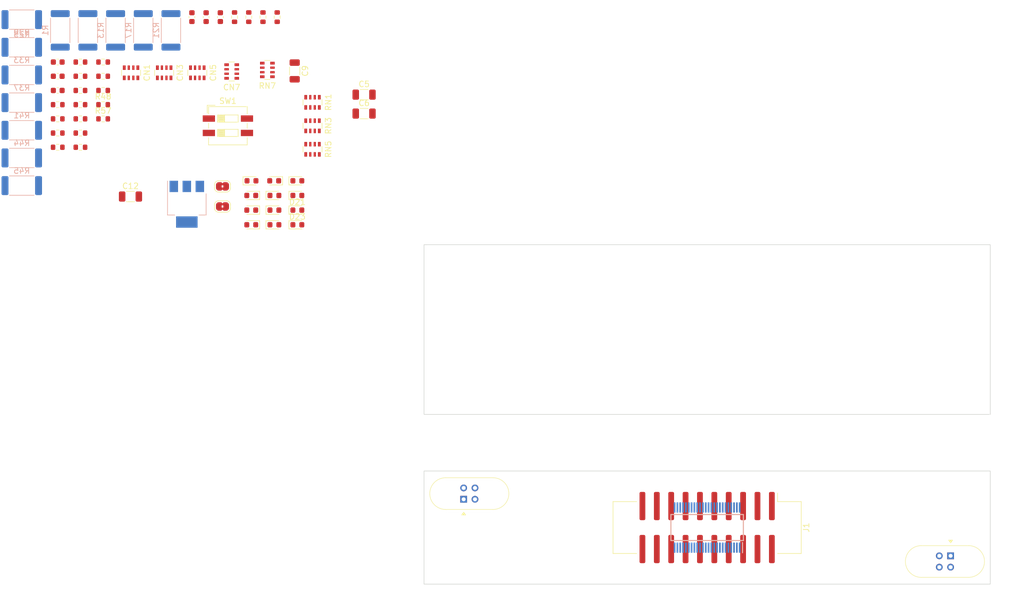
<source format=kicad_pcb>
(kicad_pcb (version 20240108) (generator "pcbnew") (generator_version "8.0")
  (layers (0 "F.Cu" jumper) (1 "In1.Cu" mixed) (2 "In2.Cu" signal) (31 "B.Cu" signal) (34 "B.Paste" user) (35 "F.Paste" user) (36 "B.SilkS" user "B.Silkscreen") (37 "F.SilkS" user "F.Silkscreen") (38 "B.Mask" user) (39 "F.Mask" user) (44 "Edge.Cuts" user))
  (net 0 "")
  (net 1 "Net-(IC1-VREF2)")
  (net 2 "/C1-")
  (net 3 "/L_LTC/VREF2")
  (net 4 "/L_LTC/VREG")
  (net 5 "/TH1+")
  (net 6 "/TH2+")
  (net 7 "/TH3+")
  (net 8 "/L_LTC/C0")
  (net 9 "/L_LTC/C1")
  (net 10 "/L_LTC/C2")
  (net 11 "/L_LTC/C3")
  (net 12 "/L_LTC/C4")
  (net 13 "/L_LTC/C5")
  (net 14 "/L_LTC/C7")
  (net 15 "/L_LTC/C8")
  (net 16 "Net-(Q1-C)")
  (net 17 "/C10+")
  (net 18 "/OUT+")
  (net 19 "/C11+")
  (net 20 "/C12+")
  (net 24 "/L_LTC/C9")
  (net 25 "/L_LTC/C10")
  (net 26 "/L_LTC/C11")
  (net 28 "/L_LTC/SW_TH1+")
  (net 30 "/L_LTC/SW_C1")
  (net 31 "/C3+")
  (net 32 "Net-(D1-A)")
  (net 33 "/C2+")
  (net 34 "/C1+")
  (net 35 "Net-(D3-A)")
  (net 36 "Net-(D4-A)")
  (net 37 "/C4+")
  (net 38 "Net-(D5-A)")
  (net 39 "Net-(D6-A)")
  (net 40 "/C6+")
  (net 41 "Net-(D7-A)")
  (net 42 "/C7+")
  (net 43 "Net-(D8-A)")
  (net 44 "/C8+")
  (net 45 "Net-(D9-A)")
  (net 46 "/C9+")
  (net 47 "Net-(D10-A)")
  (net 48 "Net-(IC1-V+)")
  (net 49 "/L_LTC/S12")
  (net 50 "/L_LTC/S11")
  (net 51 "/L_LTC/S10")
  (net 52 "/L_LTC/S9")
  (net 53 "/L_LTC/S8")
  (net 54 "/L_LTC/S7")
  (net 55 "Net-(IC1-DRIVE)")
  (net 59 "Net-(IC1-IBIAS)")
  (net 60 "Net-(IC1-ICMP)")
  (net 61 "/L_LTC/IMB")
  (net 62 "/L_LTC/IPB")
  (net 63 "/L_LTC/S6")
  (net 64 "/L_LTC/S5")
  (net 65 "/L_LTC/S4")
  (net 66 "/L_LTC/S3")
  (net 67 "/L_LTC/S2")
  (net 68 "/L_LTC/S1")
  (net 69 "/C5+")
  (net 70 "/TH5+")
  (net 71 "/L_LTC/C6")
  (net 72 "/L_LTC/C12")
  (net 73 "Net-(D21-A)")
  (net 74 "Net-(D23-A)")
  (net 75 "/IMA")
  (net 76 "/IPA")
  (net 77 "/TH4+")
  (net 78 "/IN+")
  (net 79 "/IN-")
  (net 80 "Net-(D2-A)")
  (footprint "Capacitor_SMD:C_0603_1608Metric" (layer "F.Cu") (at 35.3075 37.72 180)
    (property "Reference" "C3" (hide yes))
    (property "Value" "1uF" (hide yes))
    (pad "1" smd roundrect (at -0.775 0 180) (size 0.9 0.95) (layers "F.Cu" "F.Paste" "F.Mask") (net 4 "/L_LTC/VREG"))
    (pad "2" smd roundrect (at 0.775 0 180) (size 0.9 0.95) (layers "F.Cu" "F.Paste" "F.Mask") (net 2 "/C1-"))
  )
  (footprint "Samacsys:M80-51004YY" (layer "F.Cu") (at 192 126 180)
    (property "Reference" "J2" (hide yes))
    (property "Value" "M80-5100442" (hide yes))
    (pad "" np_thru_hole circle (at -4.5 0 180) (size 2.2 2.2) (drill 2.2) (layers "*.Cu" "*.Mask"))
    (pad "" np_thru_hole circle (at 4.5 0 180) (size 2.2 2.2) (drill 2.2) (layers "*.Cu" "*.Mask"))
    (pad "1" thru_hole rect (at -1 1 180) (size 1.2 1.2) (drill 0.7) (layers "*.Cu" "*.Mask") (net 18 "/OUT+"))
    (pad "2" thru_hole circle (at 1 1 180) (size 1.2 1.2) (drill 0.7) (layers "*.Cu" "*.Mask") (net 18 "/OUT+"))
    (pad "3" thru_hole circle (at -1 -1 180) (size 1.2 1.2) (drill 0.7) (layers "*.Cu" "*.Mask"))
    (pad "4" thru_hole circle (at 1 -1 180) (size 1.2 1.2) (drill 0.7) (layers "*.Cu" "*.Mask"))
  )
  (footprint "Resistor_SMD:R_0603_1608Metric" (layer "F.Cu") (at 39.3175 42.74)
    (property "Reference" "R18" (hide yes))
    (property "Value" "330" (hide yes))
    (pad "1" smd roundrect (at -0.825 0) (size 0.8 0.95) (layers "F.Cu" "F.Paste" "F.Mask") (net 31 "/C3+"))
    (pad "2" smd roundrect (at 0.825 0) (size 0.8 0.95) (layers "F.Cu" "F.Paste" "F.Mask") (net 35 "Net-(D3-A)"))
  )
  (footprint "Resistor_SMD:R_0603_1608Metric" (layer "F.Cu") (at 39.3175 37.72)
    (property "Reference" "R10" (hide yes))
    (property "Value" "330" (hide yes))
    (pad "1" smd roundrect (at -0.825 0) (size 0.8 0.95) (layers "F.Cu" "F.Paste" "F.Mask") (net 34 "/C1+"))
    (pad "2" smd roundrect (at 0.825 0) (size 0.8 0.95) (layers "F.Cu" "F.Paste" "F.Mask") (net 32 "Net-(D1-A)"))
  )
  (footprint "Capacitor_SMD:C_1206_3216Metric" (layer "F.Cu") (at 89.415 46.83)
    (property "Reference" "C6" (at 0 -1.85 0) (layer "F.SilkS"))
    (property "Value" "10nF/1kV")
    (pad "1" smd roundrect (at -1.475 0) (size 1.15 1.8) (layers "F.Cu" "F.Paste" "F.Mask") (roundrect_rratio 0.217391) (net 61 "/L_LTC/IMB"))
    (pad "2" smd roundrect (at 1.475 0) (size 1.15 1.8) (layers "F.Cu" "F.Paste" "F.Mask") (roundrect_rratio 0.217391) (net 18 "/OUT+"))
  )
  (footprint "Capacitor_SMD:C_0603_1608Metric" (layer "F.Cu") (at 35.3075 40.23 180)
    (property "Reference" "C18" (hide yes))
    (property "Value" "100nF" (hide yes))
    (pad "1" smd roundrect (at -0.775 0 180) (size 0.9 0.95) (layers "F.Cu" "F.Paste" "F.Mask") (net 16 "Net-(Q1-C)"))
    (pad "2" smd roundrect (at 0.775 0 180) (size 0.9 0.95) (layers "F.Cu" "F.Paste" "F.Mask") (net 2 "/C1-"))
  )
  (footprint "Resistor_SMD:R_0603_1608Metric" (layer "F.Cu") (at 39.3175 50.27 180)
    (property "Reference" "R30" (hide yes))
    (property "Value" "330" (hide yes))
    (pad "1" smd roundrect (at -0.825 0 180) (size 0.8 0.95) (layers "F.Cu" "F.Paste" "F.Mask") (net 40 "/C6+"))
    (pad "2" smd roundrect (at 0.825 0 180) (size 0.8 0.95) (layers "F.Cu" "F.Paste" "F.Mask") (net 39 "Net-(D6-A)"))
  )
  (footprint "Capacitor_SMD:C_1206_3216Metric" (layer "F.Cu") (at 48.1575 61.49)
    (property "Reference" "C12" (at 0 -1.85 0) (layer "F.SilkS"))
    (property "Value" "10nF/1kV")
    (pad "1" smd roundrect (at -1.475 0) (size 1.15 1.8) (layers "F.Cu" "F.Paste" "F.Mask") (roundrect_rratio 0.217391) (net 75 "/IMA"))
    (pad "2" smd roundrect (at 1.475 0) (size 1.15 1.8) (layers "F.Cu" "F.Paste" "F.Mask") (roundrect_rratio 0.217391) (net 79 "/IN-"))
  )
  (footprint "Resistor_SMD:R_0603_1608Metric" (layer "F.Cu") (at 69.0475 29.78 90)
    (property "Reference" "R6" (hide yes))
    (property "Value" "330")
    (pad "1" smd roundrect (at -0.825 0 90) (size 0.8 0.95) (layers "F.Cu" "F.Paste" "F.Mask") (net 19 "/C11+"))
    (pad "2" smd roundrect (at 0.825 0 90) (size 0.8 0.95) (layers "F.Cu" "F.Paste" "F.Mask") (net 73 "Net-(D21-A)"))
  )
  (footprint "LED_SMD:LED_0603_1608Metric" (layer "F.Cu") (at 69.4875 63.89 180)
    (property "Reference" "D3" (hide yes))
    (property "Value" "LED" (hide yes))
    (pad "1" smd roundrect (at -0.7875 0 180) (size 0.875 0.95) (layers "F.Cu" "F.Paste" "F.Mask") (net 66 "/L_LTC/S3"))
    (pad "2" smd roundrect (at 0.7875 0 180) (size 0.875 0.95) (layers "F.Cu" "F.Paste" "F.Mask") (net 35 "Net-(D3-A)"))
  )
  (footprint "Resistor_SMD:R_Array_Convex_4x0603" (layer "F.Cu") (at 80.3075 44.84 -90)
    (property "Reference" "RN1" (at 0 -2.8 -90) (layer "F.SilkS"))
    (property "Value" "4x100")
    (pad "1" smd rect (at -0.9 -1.2 270) (size 0.8 0.5) (layers "F.Cu" "F.Paste" "F.Mask") (net 13 "/L_LTC/C5"))
    (pad "2" smd rect (at -0.9 -0.4 270) (size 0.8 0.4) (layers "F.Cu" "F.Paste" "F.Mask") (net 71 "/L_LTC/C6"))
    (pad "3" smd rect (at -0.9 0.4 270) (size 0.8 0.4) (layers "F.Cu" "F.Paste" "F.Mask") (net 14 "/L_LTC/C7"))
    (pad "4" smd rect (at -0.9 1.2 270) (size 0.8 0.5) (layers "F.Cu" "F.Paste" "F.Mask") (net 15 "/L_LTC/C8"))
    (pad "5" smd rect (at 0.9 1.2 270) (size 0.8 0.5) (layers "F.Cu" "F.Paste" "F.Mask") (net 44 "/C8+"))
    (pad "6" smd rect (at 0.9 0.4 270) (size 0.8 0.4) (layers "F.Cu" "F.Paste" "F.Mask") (net 42 "/C7+"))
    (pad "7" smd rect (at 0.9 -0.4 270) (size 0.8 0.4) (layers "F.Cu" "F.Paste" "F.Mask") (net 40 "/C6+"))
    (pad "8" smd rect (at 0.9 -1.2 270) (size 0.8 0.5) (layers "F.Cu" "F.Paste" "F.Mask") (net 69 "/C5+"))
  )
  (footprint "LED_SMD:LED_0603_1608Metric" (layer "F.Cu") (at 73.5775 66.48)
    (property "Reference" "D8" (hide yes))
    (property "Value" "LED" (hide yes))
    (pad "1" smd roundrect (at -0.7875 0) (size 0.875 0.95) (layers "F.Cu" "F.Paste" "F.Mask") (net 53 "/L_LTC/S8"))
    (pad "2" smd roundrect (at 0.7875 0) (size 0.875 0.95) (layers "F.Cu" "F.Paste" "F.Mask") (net 43 "Net-(D8-A)"))
  )
  (footprint "Capacitor_SMD:C_0603_1608Metric" (layer "F.Cu") (at 61.5175 29.78 -90)
    (property "Reference" "C2" (hide yes))
    (property "Value" "1uF" (hide yes))
    (pad "1" smd roundrect (at -0.775 0 270) (size 0.9 0.95) (layers "F.Cu" "F.Paste" "F.Mask") (net 3 "/L_LTC/VREF2"))
    (pad "2" smd roundrect (at 0.775 0 270) (size 0.9 0.95) (layers "F.Cu" "F.Paste" "F.Mask") (net 2 "/C1-"))
  )
  (footprint "Capacitor_SMD:C_1206_3216Metric" (layer "F.Cu") (at 89.415 43.48)
    (property "Reference" "C5" (at 0 -1.85 0) (layer "F.SilkS"))
    (property "Value" "10nF/1kV")
    (pad "1" smd roundrect (at -1.475 0) (size 1.15 1.8) (layers "F.Cu" "F.Paste" "F.Mask") (roundrect_rratio 0.217391) (net 62 "/L_LTC/IPB"))
    (pad "2" smd roundrect (at 1.475 0) (size 1.15 1.8) (layers "F.Cu" "F.Paste" "F.Mask") (roundrect_rratio 0.217391) (net 18 "/OUT+"))
  )
  (footprint "Connector_IDC:IDC-Header_2x10_P2.54mm_Vertical_SMD" (layer "F.Cu") (at 150 120 -90)
    (property "Reference" "J1" (at 0 -17.51 -90) (layer "F.SilkS"))
    (property "Value" "TST-110-01-T-D")
    (pad "1" smd roundrect (at -3.8 -11.43 270) (size 5 1.02) (layers "F.Cu" "F.Paste" "F.Mask") (net 2 "/C1-"))
    (pad "2" smd roundrect (at 3.8 -11.43 270) (size 5 1.02) (layers "F.Cu" "F.Paste" "F.Mask") (net 20 "/C12+"))
    (pad "3" smd roundrect (at -3.8 -8.89 270) (size 5 1.02) (layers "F.Cu" "F.Paste" "F.Mask") (net 34 "/C1+"))
    (pad "4" smd roundrect (at 3.8 -8.89 270) (size 5 1.02) (layers "F.Cu" "F.Paste" "F.Mask") (net 19 "/C11+"))
    (pad "5" smd roundrect (at -3.8 -6.35 270) (size 5 1.02) (layers "F.Cu" "F.Paste" "F.Mask") (net 5 "/TH1+"))
    (pad "6" smd roundrect (at 3.8 -6.35 270) (size 5 1.02) (layers "F.Cu" "F.Paste" "F.Mask") (net 17 "/C10+"))
    (pad "7" smd roundrect (at -3.8 -3.81 270) (size 5 1.02) (layers "F.Cu" "F.Paste" "F.Mask") (net 33 "/C2+"))
    (pad "8" smd roundrect (at 3.8 -3.81 270) (size 5 1.02) (layers "F.Cu" "F.Paste" "F.Mask") (net 46 "/C9+"))
    (pad "9" smd roundrect (at -3.8 -1.27 270) (size 5 1.02) (layers "F.Cu" "F.Paste" "F.Mask") (net 6 "/TH2+"))
    (pad "10" smd roundrect (at 3.8 -1.27 270) (size 5 1.02) (layers "F.Cu" "F.Paste" "F.Mask") (net 70 "/TH5+"))
    (pad "11" smd roundrect (at -3.8 1.27 270) (size 5 1.02) (layers "F.Cu" "F.Paste" "F.Mask") (net 2 "/C1-"))
    (pad "12" smd roundrect (at 3.8 1.27 270) (size 5 1.02) (layers "F.Cu" "F.Paste" "F.Mask") (net 2 "/C1-"))
    (pad "13" smd roundrect (at -3.8 3.81 270) (size 5 1.02) (layers "F.Cu" "F.Paste" "F.Mask") (net 7 "/TH3+"))
    (pad "14" smd roundrect (at 3.8 3.81 270) (size 5 1.02) (layers "F.Cu" "F.Paste" "F.Mask") (net 77 "/TH4+"))
    (pad "15" smd roundrect (at -3.8 6.35 270) (size 5 1.02) (layers "F.Cu" "F.Paste" "F.Mask") (net 31 "/C3+"))
    (pad "16" smd roundrect (at 3.8 6.35 270) (size 5 1.02) (layers "F.Cu" "F.Paste" "F.Mask") (net 44 "/C8+"))
    (pad "17" smd roundrect (at -3.8 8.89 270) (size 5 1.02) (layers "F.Cu" "F.Paste" "F.Mask") (net 37 "/C4+"))
    (pad "18" smd roundrect (at 3.8 8.89 270) (size 5 1.02) (layers "F.Cu" "F.Paste" "F.Mask") (net 42 "/C7+"))
    (pad "19" smd roundrect (at -3.8 11.43 270) (size 5 1.02) (layers "F.Cu" "F.Paste" "F.Mask") (net 69 "/C5+"))
    (pad "20" smd roundrect (at 3.8 11.43 270) (size 5 1.02) (layers "F.Cu" "F.Paste" "F.Mask") (net 40 "/C6+"))
  )
  (footprint "Resistor_SMD:R_0603_1608Metric" (layer "F.Cu") (at 43.3275 42.74 180)
    (property "Reference" "R46" (hide yes))
    (property "Value" "330" (hide yes))
    (pad "1" smd roundrect (at -0.825 0 180) (size 0.8 0.95) (layers "F.Cu" "F.Paste" "F.Mask") (net 17 "/C10+"))
    (pad "2" smd roundrect (at 0.825 0 180) (size 0.8 0.95) (layers "F.Cu" "F.Paste" "F.Mask") (net 47 "Net-(D10-A)"))
  )
  (footprint "Resistor_SMD:R_0603_1608Metric" (layer "F.Cu") (at 35.3075 52.78)
    (property "Reference" "R8" (hide yes))
    (property "Value" "1k" (hide yes))
    (pad "1" smd roundrect (at -0.825 0) (size 0.8 0.95) (layers "F.Cu" "F.Paste" "F.Mask") (net 60 "Net-(IC1-ICMP)"))
    (pad "2" smd roundrect (at 0.825 0) (size 0.8 0.95) (layers "F.Cu" "F.Paste" "F.Mask") (net 2 "/C1-"))
  )
  (footprint "Resistor_SMD:R_0603_1608Metric" (layer "F.Cu") (at 35.3075 50.27)
    (property "Reference" "R7" (hide yes))
    (property "Value" "1k" (hide yes))
    (pad "1" smd roundrect (at -0.825 0) (size 0.8 0.95) (layers "F.Cu" "F.Paste" "F.Mask") (net 59 "Net-(IC1-IBIAS)"))
    (pad "2" smd roundrect (at 0.825 0) (size 0.8 0.95) (layers "F.Cu" "F.Paste" "F.Mask") (net 60 "Net-(IC1-ICMP)"))
  )
  (footprint "Resistor_SMD:R_0603_1608Metric" (layer "F.Cu") (at 39.3175 45.25)
    (property "Reference" "R22" (hide yes))
    (property "Value" "330" (hide yes))
    (pad "1" smd roundrect (at -0.825 0) (size 0.8 0.95) (layers "F.Cu" "F.Paste" "F.Mask") (net 37 "/C4+"))
    (pad "2" smd roundrect (at 0.825 0) (size 0.8 0.95) (layers "F.Cu" "F.Paste" "F.Mask") (net 36 "Net-(D4-A)"))
  )
  (footprint "Resistor_SMD:R_0603_1608Metric" (layer "F.Cu") (at 35.3075 45.25 180)
    (property "Reference" "R4" (hide yes))
    (property "Value" "100" (hide yes))
    (pad "1" smd roundrect (at -0.825 0 180) (size 0.8 0.95) (layers "F.Cu" "F.Paste" "F.Mask") (net 48 "Net-(IC1-V+)"))
    (pad "2" smd roundrect (at 0.825 0 180) (size 0.8 0.95) (layers "F.Cu" "F.Paste" "F.Mask") (net 20 "/C12+"))
  )
  (footprint "LED_SMD:LED_0603_1608Metric" (layer "F.Cu") (at 77.6275 63.89)
    (property "Reference" "D21" (at 0 -1.43 0) (layer "F.SilkS"))
    (property "Value" "LED")
    (pad "1" smd roundrect (at -0.7875 0) (size 0.875 0.95) (layers "F.Cu" "F.Paste" "F.Mask") (net 50 "/L_LTC/S11"))
    (pad "2" smd roundrect (at 0.7875 0) (size 0.875 0.95) (layers "F.Cu" "F.Paste" "F.Mask") (net 73 "Net-(D21-A)"))
  )
  (footprint "Resistor_SMD:R_0603_1608Metric" (layer "F.Cu") (at 43.3275 37.72 180)
    (property "Reference" "R38" (hide yes))
    (property "Value" "330" (hide yes))
    (pad "1" smd roundrect (at -0.825 0 180) (size 0.8 0.95) (layers "F.Cu" "F.Paste" "F.Mask") (net 44 "/C8+"))
    (pad "2" smd roundrect (at 0.825 0 180) (size 0.8 0.95) (layers "F.Cu" "F.Paste" "F.Mask") (net 43 "Net-(D8-A)"))
  )
  (footprint "Resistor_SMD:R_Array_Convex_4x0603" (layer "F.Cu") (at 54.1075 39.615 -90)
    (property "Reference" "CN3" (at 0 -2.8 -90) (layer "F.SilkS"))
    (property "Value" "4x100nF")
    (pad "1" smd rect (at -0.9 -1.2 270) (size 0.8 0.5) (layers "F.Cu" "F.Paste" "F.Mask") (net 13 "/L_LTC/C5"))
    (pad "2" smd rect (at -0.9 -0.4 270) (size 0.8 0.4) (layers "F.Cu" "F.Paste" "F.Mask") (net 71 "/L_LTC/C6"))
    (pad "3" smd rect (at -0.9 0.4 270) (size 0.8 0.4) (layers "F.Cu" "F.Paste" "F.Mask") (net 14 "/L_LTC/C7"))
    (pad "4" smd rect (at -0.9 1.2 270) (size 0.8 0.5) (layers "F.Cu" "F.Paste" "F.Mask") (net 15 "/L_LTC/C8"))
    (pad "5" smd rect (at 0.9 1.2 270) (size 0.8 0.5) (layers "F.Cu" "F.Paste" "F.Mask") (net 14 "/L_LTC/C7"))
    (pad "6" smd rect (at 0.9 0.4 270) (size 0.8 0.4) (layers "F.Cu" "F.Paste" "F.Mask") (net 71 "/L_LTC/C6"))
    (pad "7" smd rect (at 0.9 -0.4 270) (size 0.8 0.4) (layers "F.Cu" "F.Paste" "F.Mask") (net 13 "/L_LTC/C5"))
    (pad "8" smd rect (at 0.9 -1.2 270) (size 0.8 0.5) (layers "F.Cu" "F.Paste" "F.Mask") (net 12 "/L_LTC/C4"))
  )
  (footprint "Resistor_SMD:R_0603_1608Metric" (layer "F.Cu") (at 39.3175 40.23)
    (property "Reference" "R14" (hide yes))
    (property "Value" "330" (hide yes))
    (pad "1" smd roundrect (at -0.825 0) (size 0.8 0.95) (layers "F.Cu" "F.Paste" "F.Mask") (net 33 "/C2+"))
    (pad "2" smd roundrect (at 0.825 0) (size 0.8 0.95) (layers "F.Cu" "F.Paste" "F.Mask") (net 80 "Net-(D2-A)"))
  )
  (footprint "Capacitor_SMD:C_0603_1608Metric" (layer "F.Cu") (at 35.3075 42.74 180)
    (property "Reference" "C19" (hide yes))
    (property "Value" "100nF" (hide yes))
    (pad "1" smd roundrect (at -0.775 0 180) (size 0.9 0.95) (layers "F.Cu" "F.Paste" "F.Mask") (net 20 "/C12+"))
    (pad "2" smd roundrect (at 0.775 0 180) (size 0.9 0.95) (layers "F.Cu" "F.Paste" "F.Mask") (net 2 "/C1-"))
  )
  (footprint "Samacsys:M80-51004YY" (layer "F.Cu") (at 108 114)
    (property "Reference" "J4" (hide yes))
    (property "Value" "M80-5100442" (hide yes))
    (pad "" np_thru_hole circle (at -4.5 0) (size 2.2 2.2) (drill 2.2) (layers "*.Cu" "*.Mask"))
    (pad "" np_thru_hole circle (at 4.5 0) (size 2.2 2.2) (drill 2.2) (layers "*.Cu" "*.Mask"))
    (pad "1" thru_hole rect (at -1 1) (size 1.2 1.2) (drill 0.7) (layers "*.Cu" "*.Mask") (net 78 "/IN+"))
    (pad "2" thru_hole circle (at 1 1) (size 1.2 1.2) (drill 0.7) (layers "*.Cu" "*.Mask") (net 79 "/IN-"))
    (pad "3" thru_hole circle (at -1 -1) (size 1.2 1.2) (drill 0.7) (layers "*.Cu" "*.Mask"))
    (pad "4" thru_hole circle (at 1 -1) (size 1.2 1.2) (drill 0.7) (layers "*.Cu" "*.Mask"))
  )
  (footprint "Resistor_SMD:R_0603_1608Metric" (layer "F.Cu") (at 35.3075 47.76 180)
    (property "Reference" "R5" (hide yes))
    (property "Value" "100" (hide yes))
    (pad "1" smd roundrect (at -0.825 0 180) (size 0.8 0.95) (layers "F.Cu" "F.Paste" "F.Mask") (net 20 "/C12+"))
    (pad "2" smd roundrect (at 0.825 0 180) (size 0.8 0.95) (layers "F.Cu" "F.Paste" "F.Mask") (net 16 "Net-(Q1-C)"))
  )
  (footprint "LED_SMD:LED_0603_1608Metric" (layer "F.Cu") (at 69.4875 66.48 180)
    (property "Reference" "D4" (hide yes))
    (property "Value" "LED" (hide yes))
    (pad "1" smd roundrect (at -0.7875 0 180) (size 0.875 0.95) (layers "F.Cu" "F.Paste" "F.Mask") (net 65 "/L_LTC/S4"))
    (pad "2" smd roundrect (at 0.7875 0 180) (size 0.875 0.95) (layers "F.Cu" "F.Paste" "F.Mask") (net 36 "Net-(D4-A)"))
  )
  (footprint "Resistor_SMD:R_0603_1608Metric" (layer "F.Cu") (at 39.3175 47.76)
    (property "Reference" "R26" (hide yes))
    (property "Value" "330" (hide yes))
    (pad "1" smd roundrect (at -0.825 0) (size 0.8 0.95) (layers "F.Cu" "F.Paste" "F.Mask") (net 69 "/C5+"))
    (pad "2" smd roundrect (at 0.825 0) (size 0.8 0.95) (layers "F.Cu" "F.Paste" "F.Mask") (net 38 "Net-(D5-A)"))
  )
  (footprint "LED_SMD:LED_0603_1608Metric" (layer "F.Cu") (at 77.6275 58.71)
    (property "Reference" "D9" (hide yes))
    (property "Value" "LED" (hide yes))
    (pad "1" smd roundrect (at -0.7875 0) (size 0.875 0.95) (layers "F.Cu" "F.Paste" "F.Mask") (net 52 "/L_LTC/S9"))
    (pad "2" smd roundrect (at 0.7875 0) (size 0.875 0.95) (layers "F.Cu" "F.Paste" "F.Mask") (net 45 "Net-(D9-A)"))
  )
  (footprint "LED_SMD:LED_0603_1608Metric" (layer "F.Cu") (at 69.4875 61.3 180)
    (property "Reference" "D2" (hide yes))
    (property "Value" "LED" (hide yes))
    (pad "1" smd roundrect (at -0.7875 0 180) (size 0.875 0.95) (layers "F.Cu" "F.Paste" "F.Mask") (net 67 "/L_LTC/S2"))
    (pad "2" smd roundrect (at 0.7875 0 180) (size 0.875 0.95) (layers "F.Cu" "F.Paste" "F.Mask") (net 80 "Net-(D2-A)"))
  )
  (footprint "Resistor_SMD:R_Array_Convex_4x0603" (layer "F.Cu") (at 80.3075 53.14 -90)
    (property "Reference" "RN5" (at 0 -2.8 -90) (layer "F.SilkS"))
    (property "Value" "4x100")
    (pad "1" smd rect (at -0.9 -1.2 270) (size 0.8 0.5) (layers "F.Cu" "F.Paste" "F.Mask") (net 24 "/L_LTC/C9"))
    (pad "2" smd rect (at -0.9 -0.4 270) (size 0.8 0.4) (layers "F.Cu" "F.Paste" "F.Mask") (net 25 "/L_LTC/C10"))
    (pad "3" smd rect (at -0.9 0.4 270) (size 0.8 0.4) (layers "F.Cu" "F.Paste" "F.Mask") (net 26 "/L_LTC/C11"))
    (pad "4" smd rect (at -0.9 1.2 270) (size 0.8 0.5) (layers "F.Cu" "F.Paste" "F.Mask") (net 72 "/L_LTC/C12"))
    (pad "5" smd rect (at 0.9 1.2 270) (size 0.8 0.5) (layers "F.Cu" "F.Paste" "F.Mask") (net 20 "/C12+"))
    (pad "6" smd rect (at 0.9 0.4 270) (size 0.8 0.4) (layers "F.Cu" "F.Paste" "F.Mask") (net 19 "/C11+"))
    (pad "7" smd rect (at 0.9 -0.4 270) (size 0.8 0.4) (layers "F.Cu" "F.Paste" "F.Mask") (net 17 "/C10+"))
    (pad "8" smd rect (at 0.9 -1.2 270) (size 0.8 0.5) (layers "F.Cu" "F.Paste" "F.Mask") (net 46 "/C9+"))
  )
  (footprint "Button_Switch_SMD:SW_DIP_SPSTx02_Slide_6.7x6.64mm_W6.73mm_P2.54mm_LowProfile_JPin" (layer "F.Cu") (at 65.365 48.98)
    (property "Reference" "SW1" (at 0 -4.38 0) (layer "F.SilkS"))
    (property "Value" "SW_DIP_x02")
    (pad "1" smd rect (at -3.365 -1.27) (size 2.16 1.12) (layers "F.Cu" "F.Paste" "F.Mask") (net 5 "/TH1+"))
    (pad "2" smd rect (at -3.365 1.27) (size 2.16 1.12) (layers "F.Cu" "F.Paste" "F.Mask") (net 9 "/L_LTC/C1"))
    (pad "3" smd rect (at 3.365 1.27) (size 2.16 1.12) (layers "F.Cu" "F.Paste" "F.Mask") (net 30 "/L_LTC/SW_C1"))
    (pad "4" smd rect (at 3.365 -1.27) (size 2.16 1.12) (layers "F.Cu" "F.Paste" "F.Mask") (net 28 "/L_LTC/SW_TH1+"))
  )
  (footprint "LED_SMD:LED_0603_1608Metric" (layer "F.Cu") (at 73.5375 58.71 180)
    (property "Reference" "D5" (hide yes))
    (property "Value" "LED" (hide yes))
    (pad "1" smd roundrect (at -0.7875 0 180) (size 0.875 0.95) (layers "F.Cu" "F.Paste" "F.Mask") (net 64 "/L_LTC/S5"))
    (pad "2" smd roundrect (at 0.7875 0 180) (size 0.875 0.95) (layers "F.Cu" "F.Paste" "F.Mask") (net 38 "Net-(D5-A)"))
  )
  (footprint "LED_SMD:LED_0603_1608Metric" (layer "F.Cu") (at 77.6275 66.48)
    (property "Reference" "D23" (at 0 -1.43 0) (layer "F.SilkS"))
    (property "Value" "LED")
    (pad "1" smd roundrect (at -0.7875 0) (size 0.875 0.95) (layers "F.Cu" "F.Paste" "F.Mask") (net 49 "/L_LTC/S12"))
    (pad "2" smd roundrect (at 0.7875 0) (size 0.875 0.95) (layers "F.Cu" "F.Paste" "F.Mask") (net 74 "Net-(D23-A)"))
  )
  (footprint "Resistor_SMD:R_0603_1608Metric" (layer "F.Cu") (at 74.0675 29.78 -90)
    (property "Reference" "R20" (hide yes))
    (property "Value" "120" (hide yes))
    (pad "1" smd roundrect (at -0.825 0 270) (size 0.8 0.95) (layers "F.Cu" "F.Paste" "F.Mask") (net 62 "/L_LTC/IPB"))
    (pad "2" smd roundrect (at 0.825 0 270) (size 0.8 0.95) (layers "F.Cu" "F.Paste" "F.Mask") (net 61 "/L_LTC/IMB"))
  )
  (footprint "Resistor_SMD:R_Array_Convex_4x0603" (layer "F.Cu") (at 72.3325 39.115 180)
    (property "Reference" "RN7" (at 0 -2.8 180) (layer "F.SilkS"))
    (property "Value" "4x10k")
    (pad "1" smd rect (at -0.9 -1.2 180) (size 0.8 0.5) (layers "F.Cu" "F.Paste" "F.Mask") (net 6 "/TH2+"))
    (pad "2" smd rect (at -0.9 -0.4 180) (size 0.8 0.4) (layers "F.Cu" "F.Paste" "F.Mask") (net 7 "/TH3+"))
    (pad "3" smd rect (at -0.9 0.4 180) (size 0.8 0.4) (layers "F.Cu" "F.Paste" "F.Mask") (net 77 "/TH4+"))
    (pad "4" smd rect (at -0.9 1.2 180) (size 0.8 0.5) (layers "F.Cu" "F.Paste" "F.Mask") (net 70 "/TH5+"))
    (pad "5" smd rect (at 0.9 1.2 180) (size 0.8 0.5) (layers "F.Cu" "F.Paste" "F.Mask") (net 3 "/L_LTC/VREF2"))
    (pad "6" smd rect (at 0.9 0.4 180) (size 0.8 0.4) (layers "F.Cu" "F.Paste" "F.Mask") (net 3 "/L_LTC/VREF2"))
    (pad "7" smd rect (at 0.9 -0.4 180) (size 0.8 0.4) (layers "F.Cu" "F.Paste" "F.Mask") (net 3 "/L_LTC/VREF2"))
    (pad "8" smd rect (at 0.9 -1.2 180) (size 0.8 0.5) (layers "F.Cu" "F.Paste" "F.Mask") (net 3 "/L_LTC/VREF2"))
  )
  (footprint "Jumper:SolderJumper-2_P1.3mm_Bridged2Bar_RoundedPad1.0x1.5mm" (layer "F.Cu") (at 64.4075 59.7)
    (property "Reference" "JP1" (hide yes))
    (property "Value" "MES" (hide yes))
    (fp_poly (pts (xy -0.25 -0.6) (xy 0.25 -0.6) (xy 0.25 -0.2) (xy -0.25 -0.2)) (fill solid) (layer "F.Cu"))
    (fp_poly (pts (xy -0.25 0.2) (xy 0.25 0.2) (xy 0.25 0.6) (xy -0.25 0.6)) (fill solid) (layer "F.Cu"))
    (pad "1" smd custom (at -0.65 0) (size 1 0.5) (layers "F.Cu" "F.Mask") (net 9 "/L_LTC/C1") (options (clearance outline) (anchor rect)) (primitives (gr_circle (center 0 0.25) (end 0.5 0.25) (width 0) (fill yes)) (gr_circle (center 0 -0.25) (end 0.5 -0.25) (width 0) (fill yes)) (gr_poly (pts (xy 0.5 0.75) (xy 0 0.75) (xy 0 -0.75) (xy 0.5 -0.75)) (width 0) (fill yes))))
    (pad "2" smd custom (at 0.65 0) (size 1 0.5) (layers "F.Cu" "F.Mask") (net 30 "/L_LTC/SW_C1") (options (clearance outline) (anchor rect)) (primitives (gr_circle (center 0 0.25) (end 0.5 0.25) (width 0) (fill yes)) (gr_circle (center 0 -0.25) (end 0.5 -0.25) (width 0) (fill yes)) (gr_poly (pts (xy 0 0.75) (xy -0.5 0.75) (xy -0.5 -0.75) (xy 0 -0.75)) (width 0) (fill yes))))
  )
  (footprint "Resistor_SMD:R_0603_1608Metric" (layer "F.Cu") (at 66.5375 29.78 -90)
    (property "Reference" "R2" (hide yes))
    (property "Value" "10k" (hide yes))
    (pad "1" smd roundrect (at -0.825 0 270) (size 0.8 0.95) (layers "F.Cu" "F.Paste" "F.Mask") (net 5 "/TH1+"))
    (pad "2" smd roundrect (at 0.825 0 270) (size 0.8 0.95) (layers "F.Cu" "F.Paste" "F.Mask") (net 3 "/L_LTC/VREF2"))
  )
  (footprint "LED_SMD:LED_0603_1608Metric" (layer "F.Cu") (at 77.6275 61.3)
    (property "Reference" "D10" (hide yes))
    (property "Value" "LED" (hide yes))
    (pad "1" smd roundrect (at -0.7875 0) (size 0.875 0.95) (layers "F.Cu" "F.Paste" "F.Mask") (net 51 "/L_LTC/S10"))
    (pad "2" smd roundrect (at 0.7875 0) (size 0.875 0.95) (layers "F.Cu" "F.Paste" "F.Mask") (net 47 "Net-(D10-A)"))
  )
  (footprint "MountingHole:MountingHole_3.2mm_M3" (layer "F.Cu") (at 103.5 96.5)
    (property "Reference" "REF**" (hide yes))
    (property "Value" "MountingHole_3.2mm_M3")
    (pad "" np_thru_hole circle (at 0 0) (size 3.2 3.2) (drill 3.2) (layers "*.Cu" "*.Mask"))
  )
  (footprint "LED_SMD:LED_0603_1608Metric" (layer "F.Cu") (at 69.5275 58.71)
    (property "Reference" "D1" (hide yes))
    (property "Value" "LED" (hide yes))
    (pad "1" smd roundrect (at -0.7875 0) (size 0.875 0.95) (layers "F.Cu" "F.Paste" "F.Mask") (net 68 "/L_LTC/S1"))
    (pad "2" smd roundrect (at 0.7875 0) (size 0.875 0.95) (layers "F.Cu" "F.Paste" "F.Mask") (net 32 "Net-(D1-A)"))
  )
  (footprint "LED_SMD:LED_0603_1608Metric" (layer "F.Cu") (at 73.5775 63.89)
    (property "Reference" "D7" (hide yes))
    (property "Value" "LED" (hide yes))
    (pad "1" smd roundrect (at -0.7875 0) (size 0.875 0.95) (layers "F.Cu" "F.Paste" "F.Mask") (net 54 "/L_LTC/S7"))
    (pad "2" smd roundrect (at 0.7875 0) (size 0.875 0.95) (layers "F.Cu" "F.Paste" "F.Mask") (net 41 "Net-(D7-A)"))
  )
  (footprint "MountingHole:MountingHole_3.2mm_M3" (layer "F.Cu") (at 196.5 96.5)
    (property "Reference" "REF**" (hide yes))
    (property "Value" "MountingHole_3.2mm_M3")
    (pad "" np_thru_hole circle (at 0 0) (size 3.2 3.2) (drill 3.2) (layers "*.Cu" "*.Mask"))
  )
  (footprint "Capacitor_SMD:C_0603_1608Metric" (layer "F.Cu") (at 59.0075 29.78 -90)
    (property "Reference" "C1" (hide yes))
    (property "Value" "1uF" (hide yes))
    (pad "1" smd roundrect (at -0.775 0 270) (size 0.9 0.95) (layers "F.Cu" "F.Paste" "F.Mask") (net 1 "Net-(IC1-VREF2)"))
    (pad "2" smd roundrect (at 0.775 0 270) (size 0.9 0.95) (layers "F.Cu" "F.Paste" "F.Mask") (net 2 "/C1-"))
  )
  (footprint "Capacitor_SMD:C_1206_3216Metric" (layer "F.Cu") (at 77.1575 39.29 -90)
    (property "Reference" "C9" (at 0 -1.85 -90) (layer "F.SilkS"))
    (property "Value" "10nF/1kV")
    (pad "1" smd roundrect (at -1.475 0 270) (size 1.15 1.8) (layers "F.Cu" "F.Paste" "F.Mask") (roundrect_rratio 0.217391) (net 76 "/IPA"))
    (pad "2" smd roundrect (at 1.475 0 270) (size 1.15 1.8) (layers "F.Cu" "F.Paste" "F.Mask") (roundrect_rratio 0.217391) (net 78 "/IN+"))
  )
  (footprint "LED_SMD:LED_0603_1608Metric" (layer "F.Cu") (at 73.5775 61.3)
    (property "Reference" "D6" (hide yes))
    (property "Value" "LED" (hide yes))
    (pad "1" smd roundrect (at -0.7875 0) (size 0.875 0.95) (layers "F.Cu" "F.Paste" "F.Mask") (net 63 "/L_LTC/S6"))
    (pad "2" smd roundrect (at 0.7875 0) (size 0.875 0.95) (layers "F.Cu" "F.Paste" "F.Mask") (net 39 "Net-(D6-A)"))
  )
  (footprint "Resistor_SMD:R_Array_Convex_4x0603" (layer "F.Cu") (at 48.2575 39.615 -90)
    (property "Reference" "CN1" (at 0 -2.8 -90) (layer "F.SilkS"))
    (property "Value" "4x100nF")
    (pad "1" smd rect (at -0.9 -1.2 270) (size 0.8 0.5) (layers "F.Cu" "F.Paste" "F.Mask") (net 9 "/L_LTC/C1"))
    (pad "2" smd rect (at -0.9 -0.4 270) (size 0.8 0.4) (layers "F.Cu" "F.Paste" "F.Mask") (net 10 "/L_LTC/C2"))
    (pad "3" smd rect (at -0.9 0.4 270) (size 0.8 0.4) (layers "F.Cu" "F.Paste" "F.Mask") (net 11 "/L_LTC/C3"))
    (pad "4" smd rect (at -0.9 1.2 270) (size 0.8 0.5) (layers "F.Cu" "F.Paste" "F.Mask") (net 12 "/L_LTC/C4"))
    (pad "5" smd rect (at 0.9 1.2 270) (size 0.8 0.5) (layers "F.Cu" "F.Paste" "F.Mask") (net 11 "/L_LTC/C3"))
    (pad "6" smd rect (at 0.9 0.4 270) (size 0.8 0.4) (layers "F.Cu" "F.Paste" "F.Mask") (net 10 "/L_LTC/C2"))
    (pad "7" smd rect (at 0.9 -0.4 270) (size 0.8 0.4) (layers "F.Cu" "F.Paste" "F.Mask") (net 9 "/L_LTC/C1"))
    (pad "8" smd rect (at 0.9 -1.2 270) (size 0.8 0.5) (layers "F.Cu" "F.Paste" "F.Mask") (net 8 "/L_LTC/C0"))
  )
  (footprint "Capacitor_SMD:C_0603_1608Metric" (layer "F.Cu") (at 64.0275 29.78 90)
    (property "Reference" "C4" (hide yes))
    (property "Value" "100nF" (hide yes))
    (pad "1" smd roundrect (at -0.775 0 90) (size 0.9 0.95) (layers "F.Cu" "F.Paste" "F.Mask") (net 5 "/TH1+"))
    (pad "2" smd roundrect (at 0.775 0 90) (size 0.9 0.95) (layers "F.Cu" "F.Paste" "F.Mask") (net 2 "/C1-"))
  )
  (footprint "Resistor_SMD:R_0603_1608Metric" (layer "F.Cu") (at 71.5575 29.78 -90)
    (property "Reference" "R12" (hide yes))
    (property "Value" "120" (hide yes))
    (pad "1" smd roundrect (at -0.825 0 270) (size 0.8 0.95) (layers "F.Cu" "F.Paste" "F.Mask") (net 76 "/IPA"))
    (pad "2" smd roundrect (at 0.825 0 270) (size 0.8 0.95) (layers "F.Cu" "F.Paste" "F.Mask") (net 75 "/IMA"))
  )
  (footprint "Resistor_SMD:R_0603_1608Metric" (layer "F.Cu") (at 39.3175 52.78 180)
    (property "Reference" "R34" (hide yes))
    (property "Value" "330" (hide yes))
    (pad "1" smd roundrect (at -0.825 0 180) (size 0.8 0.95) (layers "F.Cu" "F.Paste" "F.Mask") (net 42 "/C7+"))
    (pad "2" smd roundrect (at 0.825 0 180) (size 0.8 0.95) (layers "F.Cu" "F.Paste" "F.Mask") (net 41 "Net-(D7-A)"))
  )
  (footprint "Resistor_SMD:R_Array_Convex_4x0603" (layer "F.Cu") (at 59.9575 39.615 -90)
    (property "Reference" "CN5" (at 0 -2.8 -90) (layer "F.SilkS"))
    (property "Value" "4x100nF")
    (pad "1" smd rect (at -0.9 -1.2 270) (size 0.8 0.5) (layers "F.Cu" "F.Paste" "F.Mask") (net 24 "/L_LTC/C9"))
    (pad "2" smd rect (at -0.9 -0.4 270) (size 0.8 0.4) (layers "F.Cu" "F.Paste" "F.Mask") (net 25 "/L_LTC/C10"))
    (pad "3" smd rect (at -0.9 0.4 270) (size 0.8 0.4) (layers "F.Cu" "F.Paste" "F.Mask") (net 26 "/L_LTC/C11"))
    (pad "4" smd rect (at -0.9 1.2 270) (size 0.8 0.5) (layers "F.Cu" "F.Paste" "F.Mask") (net 72 "/L_LTC/C12"))
    (pad "5" smd rect (at 0.9 1.2 270) (size 0.8 0.5) (layers "F.Cu" "F.Paste" "F.Mask") (net 26 "/L_LTC/C11"))
    (pad "6" smd rect (at 0.9 0.4 270) (size 0.8 0.4) (layers "F.Cu" "F.Paste" "F.Mask") (net 25 "/L_LTC/C10"))
    (pad "7" smd rect (at 0.9 -0.4 270) (size 0.8 0.4) (layers "F.Cu" "F.Paste" "F.Mask") (net 24 "/L_LTC/C9"))
    (pad "8" smd rect (at 0.9 -1.2 270) (size 0.8 0.5) (layers "F.Cu" "F.Paste" "F.Mask") (net 15 "/L_LTC/C8"))
  )
  (footprint "Resistor_SMD:R_0603_1608Metric" (layer "F.Cu") (at 43.3275 47.76)
    (property "Reference" "R57" (at 0 -1.43 0) (layer "F.SilkS"))
    (property "Value" "100")
    (pad "1" smd roundrect (at -0.825 0) (size 0.8 0.95) (layers "F.Cu" "F.Paste" "F.Mask") (net 2 "/C1-"))
    (pad "2" smd roundrect (at 0.825 0) (size 0.8 0.95) (layers "F.Cu" "F.Paste" "F.Mask") (net 8 "/L_LTC/C0"))
  )
  (footprint "Resistor_SMD:R_Array_Convex_4x0603" (layer "F.Cu") (at 66.0325 39.39 180)
    (property "Reference" "CN7" (at 0 -2.8 180) (layer "F.SilkS"))
    (property "Value" "4x100nF")
    (pad "1" smd rect (at -0.9 -1.2 180) (size 0.8 0.5) (layers "F.Cu" "F.Paste" "F.Mask") (net 2 "/C1-"))
    (pad "2" smd rect (at -0.9 -0.4 180) (size 0.8 0.4) (layers "F.Cu" "F.Paste" "F.Mask") (net 2 "/C1-"))
    (pad "3" smd rect (at -0.9 0.4 180) (size 0.8 0.4) (layers "F.Cu" "F.Paste" "F.Mask") (net 2 "/C1-"))
    (pad "4" smd rect (at -0.9 1.2 180) (size 0.8 0.5) (layers "F.Cu" "F.Paste" "F.Mask") (net 2 "/C1-"))
    (pad "5" smd rect (at 0.9 1.2 180) (size 0.8 0.5) (layers "F.Cu" "F.Paste" "F.Mask") (net 70 "/TH5+"))
    (pad "6" smd rect (at 0.9 0.4 180) (size 0.8 0.4) (layers "F.Cu" "F.Paste" "F.Mask") (net 77 "/TH4+"))
    (pad "7" smd rect (at 0.9 -0.4 180) (size 0.8 0.4) (layers "F.Cu" "F.Paste" "F.Mask") (net 7 "/TH3+"))
    (pad "8" smd rect (at 0.9 -1.2 180) (size 0.8 0.5) (layers "F.Cu" "F.Paste" "F.Mask") (net 6 "/TH2+"))
  )
  (footprint "MountingHole:MountingHole_3.2mm_M3" (layer "F.Cu") (at 196.5 113.5)
    (property "Reference" "REF**" (hide yes))
    (property "Value" "MountingHole_3.2mm_M3")
    (pad "" np_thru_hole circle (at 0 0) (size 3.2 3.2) (drill 3.2) (layers "*.Cu" "*.Mask"))
  )
  (footprint "Jumper:SolderJumper-2_P1.3mm_Bridged2Bar_RoundedPad1.0x1.5mm" (layer "F.Cu") (at 64.4075 63.25 180)
    (property "Reference" "JP2" (hide yes))
    (property "Value" "MES")
    (fp_poly (pts (xy -0.25 0.2) (xy 0.25 0.2) (xy 0.25 0.6) (xy -0.25 0.6)) (fill solid) (layer "F.Cu"))
    (fp_poly (pts (xy -0.25 -0.6) (xy 0.25 -0.6) (xy 0.25 -0.2) (xy -0.25 -0.2)) (fill solid) (layer "F.Cu"))
    (pad "1" smd custom (at -0.65 0 180) (size 1 0.5) (layers "F.Cu" "F.Mask") (net 5 "/TH1+") (options (clearance outline) (anchor rect)) (primitives (gr_circle (center 0 0.25) (end 0.5 0.25) (width 0) (fill yes)) (gr_circle (center 0 -0.25) (end 0.5 -0.25) (width 0) (fill yes)) (gr_poly (pts (xy 0.5 0.75) (xy 0 0.75) (xy 0 -0.75) (xy 0.5 -0.75)) (width 0) (fill yes))))
    (pad "2" smd custom (at 0.65 0 180) (size 1 0.5) (layers "F.Cu" "F.Mask") (net 28 "/L_LTC/SW_TH1+") (options (clearance outline) (anchor rect)) (primitives (gr_circle (center 0 0.25) (end 0.5 0.25) (width 0) (fill yes)) (gr_circle (center 0 -0.25) (end 0.5 -0.25) (width 0) (fill yes)) (gr_poly (pts (xy 0 0.75) (xy -0.5 0.75) (xy -0.5 -0.75) (xy 0 -0.75)) (width 0) (fill yes))))
  )
  (footprint "Resistor_SMD:R_0603_1608Metric" (layer "F.Cu") (at 43.3275 45.25)
    (property "Reference" "R48" (at 0 -1.43 0) (layer "F.SilkS"))
    (property "Value" "330")
    (pad "1" smd roundrect (at -0.825 0) (size 0.8 0.95) (layers "F.Cu" "F.Paste" "F.Mask") (net 20 "/C12+"))
    (pad "2" smd roundrect (at 0.825 0) (size 0.8 0.95) (layers "F.Cu" "F.Paste" "F.Mask") (net 74 "Net-(D23-A)"))
  )
  (footprint "Resistor_SMD:R_0603_1608Metric" (layer "F.Cu") (at 43.3275 40.23 180)
    (property "Reference" "R42" (hide yes))
    (property "Value" "330" (hide yes))
    (pad "1" smd roundrect (at -0.825 0 180) (size 0.8 0.95) (layers "F.Cu" "F.Paste" "F.Mask") (net 46 "/C9+"))
    (pad "2" smd roundrect (at 0.825 0 180) (size 0.8 0.95) (layers "F.Cu" "F.Paste" "F.Mask") (net 45 "Net-(D9-A)"))
  )
  (footprint "Resistor_SMD:R_Array_Convex_4x0603" (layer "F.Cu") (at 80.3075 48.99 -90)
    (property "Reference" "RN3" (at 0 -2.8 -90) (layer "F.SilkS"))
    (property "Value" "4x100")
    (pad "1" smd rect (at -0.9 -1.2 270) (size 0.8 0.5) (layers "F.Cu" "F.Paste" "F.Mask") (net 9 "/L_LTC/C1"))
    (pad "2" smd rect (at -0.9 -0.4 270) (size 0.8 0.4) (layers "F.Cu" "F.Paste" "F.Mask") (net 10 "/L_LTC/C2"))
    (pad "3" smd rect (at -0.9 0.4 270) (size 0.8 0.4) (layers "F.Cu" "F.Paste" "F.Mask") (net 11 "/L_LTC/C3"))
    (pad "4" smd rect (at -0.9 1.2 270) (size 0.8 0.5) (layers "F.Cu" "F.Paste" "F.Mask") (net 12 "/L_LTC/C4"))
    (pad "5" smd rect (at 0.9 1.2 270) (size 0.8 0.5) (layers "F.Cu" "F.Paste" "F.Mask") (net 37 "/C4+"))
    (pad "6" smd rect (at 0.9 0.4 270) (size 0.8 0.4) (layers "F.Cu" "F.Paste" "F.Mask") (net 31 "/C3+"))
    (pad "7" smd rect (at 0.9 -0.4 270) (size 0.8 0.4) (layers "F.Cu" "F.Paste" "F.Mask") (net 33 "/C2+"))
    (pad "8" smd rect (at 0.9 -1.2 270) (size 0.8 0.5) (layers "F.Cu" "F.Paste" "F.Mask") (net 34 "/C1+"))
  )
  (footprint "MountingHole:MountingHole_3.2mm_M3" (layer "F.Cu") (at 103.5 126.5)
    (property "Reference" "REF**" (hide yes))
    (property "Value" "MountingHole_3.2mm_M3")
    (pad "" np_thru_hole circle (at 0 0) (size 3.2 3.2) (drill 3.2) (layers "*.Cu" "*.Mask"))
  )
  (footprint "Resistor_SMD:R_2512_6332Metric" (layer "B.Cu") (at 28.9575 40 180)
    (property "Reference" "R33" (at 0 2.62 0) (layer "B.SilkS") (effects (justify mirror)))
    (property "Value" "68/2W")
    (pad "1" smd roundrect (at -2.9625 0 180) (size 1.225 3.35) (layers "B.Cu" "B.Paste" "B.Mask") (roundrect_rratio 0.204082) (net 42 "/C7+"))
    (pad "2" smd roundrect (at 2.9625 0 180) (size 1.225 3.35) (layers "B.Cu" "B.Paste" "B.Mask") (roundrect_rratio 0.204082) (net 54 "/L_LTC/S7"))
  )
  (footprint "Resistor_SMD:R_2512_6332Metric" (layer "B.Cu") (at 28.9575 49.78 180)
    (property "Reference" "R41" (at 0 2.62 0) (layer "B.SilkS") (effects (justify mirror)))
    (property "Value" "68/2W")
    (pad "1" smd roundrect (at -2.9625 0 180) (size 1.225 3.35) (layers "B.Cu" "B.Paste" "B.Mask") (roundrect_rratio 0.204082) (net 46 "/C9+"))
    (pad "2" smd roundrect (at 2.9625 0 180) (size 1.225 3.35) (layers "B.Cu" "B.Paste" "B.Mask") (roundrect_rratio 0.204082) (net 52 "/L_LTC/S9"))
  )
  (footprint "Resistor_SMD:R_2512_6332Metric" (layer "B.Cu") (at 28.9575 59.56 180)
    (property "Reference" "R45" (at 0 2.62 0) (layer "B.SilkS") (effects (justify mirror)))
    (property "Value" "68/2W")
    (pad "1" smd roundrect (at -2.9625 0 180) (size 1.225 3.35) (layers "B.Cu" "B.Paste" "B.Mask") (roundrect_rratio 0.204082) (net 17 "/C10+"))
    (pad "2" smd roundrect (at 2.9625 0 180) (size 1.225 3.35) (layers "B.Cu" "B.Paste" "B.Mask") (roundrect_rratio 0.204082) (net 51 "/L_LTC/S10"))
  )
  (footprint "Resistor_SMD:R_2512_6332Metric" (layer "B.Cu") (at 35.7475 32.12 -90)
    (property "Reference" "R1" (at 0 2.62 90) (layer "B.SilkS") (effects (justify mirror)))
    (property "Value" "68/2W")
    (pad "1" smd roundrect (at -2.9625 0 270) (size 1.225 3.35) (layers "B.Cu" "B.Paste" "B.Mask") (roundrect_rratio 0.204082) (net 19 "/C11+"))
    (pad "2" smd roundrect (at 2.9625 0 270) (size 1.225 3.35) (layers "B.Cu" "B.Paste" "B.Mask") (roundrect_rratio 0.204082) (net 50 "/L_LTC/S11"))
  )
  (footprint "Resistor_SMD:R_2512_6332Metric" (layer "B.Cu") (at 40.6375 32.12 -90)
    (property "Reference" "R9" (hide yes))
    (property "Value" "68/2W")
    (pad "1" smd roundrect (at -2.9625 0 270) (size 1.225 3.35) (layers "B.Cu" "B.Paste" "B.Mask") (roundrect_rratio 0.204082) (net 34 "/C1+"))
    (pad "2" smd roundrect (at 2.9625 0 270) (size 1.225 3.35) (layers "B.Cu" "B.Paste" "B.Mask") (roundrect_rratio 0.204082) (net 68 "/L_LTC/S1"))
  )
  (footprint "Resistor_SMD:R_2512_6332Metric" (layer "B.Cu") (at 55.3075 32.12 -90)
    (property "Reference" "R21" (at 0 2.62 90) (layer "B.SilkS") (effects (justify mirror)))
    (property "Value" "68/2W")
    (pad "1" smd roundrect (at -2.9625 0 270) (size 1.225 3.35) (layers "B.Cu" "B.Paste" "B.Mask") (roundrect_rratio 0.204082) (net 37 "/C4+"))
    (pad "2" smd roundrect (at 2.9625 0 270) (size 1.225 3.35) (layers "B.Cu" "B.Paste" "B.Mask") (roundrect_rratio 0.204082) (net 65 "/L_LTC/S4"))
  )
  (footprint "Samacsys:SOP50P780X200-48N" (layer "B.Cu") (at 150 120 90)
    (property "Reference" "IC1" (hide yes))
    (property "Value" "LTC6804HG-1#PBF" (hide yes))
    (pad "1" smd rect (at -3.55 5.75) (size 0.3 1.8) (layers "B.Cu" "B.Paste" "B.Mask") (net 48 "Net-(IC1-V+)"))
    (pad "2" smd rect (at -3.55 5.25) (size 0.3 1.8) (layers "B.Cu" "B.Paste" "B.Mask"))
    (pad "3" smd rect (at -3.55 4.75) (size 0.3 1.8) (layers "B.Cu" "B.Paste" "B.Mask") (net 49 "/L_LTC/S12"))
    (pad "4" smd rect (at -3.55 4.25) (size 0.3 1.8) (layers "B.Cu" "B.Paste" "B.Mask") (net 26 "/L_LTC/C11"))
    (pad "5" smd rect (at -3.55 3.75) (size 0.3 1.8) (layers "B.Cu" "B.Paste" "B.Mask") (net 50 "/L_LTC/S11"))
    (pad "6" smd rect (at -3.55 3.25) (size 0.3 1.8) (layers "B.Cu" "B.Paste" "B.Mask") (net 25 "/L_LTC/C10"))
    (pad "7" smd rect (at -3.55 2.75) (size 0.3 1.8) (layers "B.Cu" "B.Paste" "B.Mask") (net 51 "/L_LTC/S10"))
    (pad "8" smd rect (at -3.55 2.25) (size 0.3 1.8) (layers "B.Cu" "B.Paste" "B.Mask") (net 24 "/L_LTC/C9"))
    (pad "9" smd rect (at -3.55 1.75) (size 0.3 1.8) (layers "B.Cu" "B.Paste" "B.Mask") (net 52 "/L_LTC/S9"))
    (pad "10" smd rect (at -3.55 1.25) (size 0.3 1.8) (layers "B.Cu" "B.Paste" "B.Mask") (net 15 "/L_LTC/C8"))
    (pad "11" smd rect (at -3.55 0.75) (size 0.3 1.8) (layers "B.Cu" "B.Paste" "B.Mask") (net 53 "/L_LTC/S8"))
    (pad "12" smd rect (at -3.55 0.25) (size 0.3 1.8) (layers "B.Cu" "B.Paste" "B.Mask") (net 14 "/L_LTC/C7"))
    (pad "13" smd rect (at -3.55 -0.25) (size 0.3 1.8) (layers "B.Cu" "B.Paste" "B.Mask") (net 54 "/L_LTC/S7"))
    (pad "14" smd rect (at -3.55 -0.75) (size 0.3 1.8) (layers "B.Cu" "B.Paste" "B.Mask") (net 71 "/L_LTC/C6"))
    (pad "15" smd rect (at -3.55 -1.25) (size 0.3 1.8) (layers "B.Cu" "B.Paste" "B.Mask") (net 63 "/L_LTC/S6"))
    (pad "16" smd rect (at -3.55 -1.75) (size 0.3 1.8) (layers "B.Cu" "B.Paste" "B.Mask") (net 13 "/L_LTC/C5"))
    (pad "17" smd rect (at -3.55 -2.25) (size 0.3 1.8) (layers "B.Cu" "B.Paste" "B.Mask") (net 64 "/L_LTC/S5"))
    (pad "18" smd rect (at -3.55 -2.75) (size 0.3 1.8) (layers "B.Cu" "B.Paste" "B.Mask") (net 12 "/L_LTC/C4"))
    (pad "19" smd rect (at -3.55 -3.25) (size 0.3 1.8) (layers "B.Cu" "B.Paste" "B.Mask") (net 65 "/L_LTC/S4"))
    (pad "20" smd rect (at -3.55 -3.75) (size 0.3 1.8) (layers "B.Cu" "B.Paste" "B.Mask") (net 11 "/L_LTC/C3"))
    (pad "21" smd rect (at -3.55 -4.25) (size 0.3 1.8) (layers "B.Cu" "B.Paste" "B.Mask") (net 66 "/L_LTC/S3"))
    (pad "22" smd rect (at -3.55 -4.75) (size 0.3 1.8) (layers "B.Cu" "B.Paste" "B.Mask") (net 10 "/L_LTC/C2"))
    (pad "23" smd rect (at -3.55 -5.25) (size 0.3 1.8) (layers "B.Cu" "B.Paste" "B.Mask") (net 67 "/L_LTC/S2"))
    (pad "24" smd rect (at -3.55 -5.75) (size 0.3 1.8) (layers "B.Cu" "B.Paste" "B.Mask") (net 9 "/L_LTC/C1"))
    (pad "25" smd rect (at 3.55 -5.75) (size 0.3 1.8) (layers "B.Cu" "B.Paste" "B.Mask") (net 68 "/L_LTC/S1"))
    (pad "26" smd rect (at 3.55 -5.25) (size 0.3 1.8) (layers "B.Cu" "B.Paste" "B.Mask") (net 8 "/L_LTC/C0"))
    (pad "27" smd rect (at 3.55 -4.75) (size 0.3 1.8) (layers "B.Cu" "B.Paste" "B.Mask") (net 28 "/L_LTC/SW_TH1+"))
    (pad "28" smd rect (at 3.55 -4.25) (size 0.3 1.8) (layers "B.Cu" "B.Paste" "B.Mask") (net 6 "/TH2+"))
    (pad "29" smd rect (at 3.55 -3.75) (size 0.3 1.8) (layers "B.Cu" "B.Paste" "B.Mask") (net 7 "/TH3+"))
    (pad "30" smd rect (at 3.55 -3.25) (size 0.3 1.8) (layers "B.Cu" "B.Paste" "B.Mask") (net 2 "/C1-"))
    (pad "31" smd rect (at 3.55 -2.75) (size 0.3 1.8) (layers "B.Cu" "B.Paste" "B.Mask") (net 2 "/C1-"))
    (pad "32" smd rect (at 3.55 -2.25) (size 0.3 1.8) (layers "B.Cu" "B.Paste" "B.Mask") (net 77 "/TH4+"))
    (pad "33" smd rect (at 3.55 -1.75) (size 0.3 1.8) (layers "B.Cu" "B.Paste" "B.Mask") (net 70 "/TH5+"))
    (pad "34" smd rect (at 3.55 -1.25) (size 0.3 1.8) (layers "B.Cu" "B.Paste" "B.Mask") (net 1 "Net-(IC1-VREF2)"))
    (pad "35" smd rect (at 3.55 -0.75) (size 0.3 1.8) (layers "B.Cu" "B.Paste" "B.Mask") (net 3 "/L_LTC/VREF2"))
    (pad "36" smd rect (at 3.55 -0.25) (size 0.3 1.8) (layers "B.Cu" "B.Paste" "B.Mask") (net 2 "/C1-"))
    (pad "37" smd rect (at 3.55 0.25) (size 0.3 1.8) (layers "B.Cu" "B.Paste" "B.Mask") (net 4 "/L_LTC/VREG"))
    (pad "38" smd rect (at 3.55 0.75) (size 0.3 1.8) (layers "B.Cu" "B.Paste" "B.Mask") (net 55 "Net-(IC1-DRIVE)"))
    (pad "39" smd rect (at 3.55 1.25) (size 0.3 1.8) (layers "B.Cu" "B.Paste" "B.Mask"))
    (pad "40" smd rect (at 3.55 1.75) (size 0.3 1.8) (layers "B.Cu" "B.Paste" "B.Mask") (net 4 "/L_LTC/VREG"))
    (pad "41" smd rect (at 3.55 2.25) (size 0.3 1.8) (layers "B.Cu" "B.Paste" "B.Mask") (net 75 "/IMA"))
    (pad "42" smd rect (at 3.55 2.75) (size 0.3 1.8) (layers "B.Cu" "B.Paste" "B.Mask") (net 76 "/IPA"))
    (pad "43" smd rect (at 3.55 3.25) (size 0.3 1.8) (layers "B.Cu" "B.Paste" "B.Mask"))
    (pad "44" smd rect (at 3.55 3.75) (size 0.3 1.8) (layers "B.Cu" "B.Paste" "B.Mask"))
    (pad "45" smd rect (at 3.55 4.25) (size 0.3 1.8) (layers "B.Cu" "B.Paste" "B.Mask") (net 59 "Net-(IC1-IBIAS)"))
    (pad "46" smd rect (at 3.55 4.75) (size 0.3 1.8) (layers "B.Cu" "B.Paste" "B.Mask") (net 60 "Net-(IC1-ICMP)"))
    (pad "47" smd rect (at 3.55 5.25) (size 0.3 1.8) (layers "B.Cu" "B.Paste" "B.Mask") (net 61 "/L_LTC/IMB"))
    (pad "48" smd rect (at 3.55 5.75) (size 0.3 1.8) (layers "B.Cu" "B.Paste" "B.Mask") (net 62 "/L_LTC/IPB"))
  )
  (footprint "Resistor_SMD:R_2512_6332Metric" (layer "B.Cu") (at 45.5275 32.12 -90)
    (property "Reference" "R13" (at 0 2.62 90) (layer "B.SilkS") (effects (justify mirror)))
    (property "Value" "68/2W")
    (pad "1" smd roundrect (at -2.9625 0 270) (size 1.225 3.35) (layers "B.Cu" "B.Paste" "B.Mask") (roundrect_rratio 0.204082) (net 33 "/C2+"))
    (pad "2" smd roundrect (at 2.9625 0 270) (size 1.225 3.35) (layers "B.Cu" "B.Paste" "B.Mask") (roundrect_rratio 0.204082) (net 67 "/L_LTC/S2"))
  )
  (footprint "Resistor_SMD:R_2512_6332Metric" (layer "B.Cu") (at 28.9575 54.67 180)
    (property "Reference" "R44" (at 0 2.62 0) (layer "B.SilkS") (effects (justify mirror)))
    (property "Value" "68/2W")
    (pad "1" smd roundrect (at -2.9625 0 180) (size 1.225 3.35) (layers "B.Cu" "B.Paste" "B.Mask") (roundrect_rratio 0.204082) (net 20 "/C12+"))
    (pad "2" smd roundrect (at 2.9625 0 180) (size 1.225 3.35) (layers "B.Cu" "B.Paste" "B.Mask") (roundrect_rratio 0.204082) (net 49 "/L_LTC/S12"))
  )
  (footprint "Resistor_SMD:R_2512_6332Metric" (layer "B.Cu") (at 50.4175 32.12 -90)
    (property "Reference" "R17" (at 0 2.62 90) (layer "B.SilkS") (effects (justify mirror)))
    (property "Value" "68/2W")
    (pad "1" smd roundrect (at -2.9625 0 270) (size 1.225 3.35) (layers "B.Cu" "B.Paste" "B.Mask") (roundrect_rratio 0.204082) (net 31 "/C3+"))
    (pad "2" smd roundrect (at 2.9625 0 270) (size 1.225 3.35) (layers "B.Cu" "B.Paste" "B.Mask") (roundrect_rratio 0.204082) (net 66 "/L_LTC/S3"))
  )
  (footprint "Resistor_SMD:R_2512_6332Metric" (layer "B.Cu") (at 28.9575 30.22)
    (property "Reference" "R25" (at 0 2.62 180) (layer "B.SilkS") (effects (justify mirror)))
    (property "Value" "68/2W")
    (pad "1" smd roundrect (at -2.9625 0) (size 1.225 3.35) (layers "B.Cu" "B.Paste" "B.Mask") (roundrect_rratio 0.204082) (net 69 "/C5+"))
    (pad "2" smd roundrect (at 2.9625 0) (size 1.225 3.35) (layers "B.Cu" "B.Paste" "B.Mask") (roundrect_rratio 0.204082) (net 64 "/L_LTC/S5"))
  )
  (footprint "Package_TO_SOT_SMD:SOT-223-3_TabPin2" (layer "B.Cu") (at 58.1075 62.85 -90)
    (property "Reference" "Q1" (hide yes))
    (property "Value" "BCP56" (hide yes))
    (pad "1" smd rect (at -3.15 2.3 270) (size 2 1.5) (layers "B.Cu" "B.Paste" "B.Mask") (net 55 "Net-(IC1-DRIVE)"))
    (pad "2" smd rect (at -3.15 0 270) (size 2 1.5) (layers "B.Cu" "B.Paste" "B.Mask") (net 16 "Net-(Q1-C)"))
    (pad "2" smd rect (at 3.15 0 270) (size 2 3.8) (layers "B.Cu" "B.Paste" "B.Mask") (net 16 "Net-(Q1-C)"))
    (pad "3" smd rect (at -3.15 -2.3 270) (size 2 1.5) (layers "B.Cu" "B.Paste" "B.Mask") (net 4 "/L_LTC/VREG"))
  )
  (footprint "Resistor_SMD:R_2512_6332Metric" (layer "B.Cu") (at 28.9575 35.11 180)
    (property "Reference" "R29" (at 0 2.62 0) (layer "B.SilkS") (effects (justify mirror)))
    (property "Value" "68/2W")
    (pad "1" smd roundrect (at -2.9625 0 180) (size 1.225 3.35) (layers "B.Cu" "B.Paste" "B.Mask") (roundrect_rratio 0.204082) (net 40 "/C6+"))
    (pad "2" smd roundrect (at 2.9625 0 180) (size 1.225 3.35) (layers "B.Cu" "B.Paste" "B.Mask") (roundrect_rratio 0.204082) (net 63 "/L_LTC/S6"))
  )
  (footprint "Resistor_SMD:R_2512_6332Metric" (layer "B.Cu") (at 28.9575 44.89 180)
    (property "Reference" "R37" (at 0 2.62 0) (layer "B.SilkS") (effects (justify mirror)))
    (property "Value" "68/2W")
    (pad "1" smd roundrect (at -2.9625 0 180) (size 1.225 3.35) (layers "B.Cu" "B.Paste" "B.Mask") (roundrect_rratio 0.204082) (net 44 "/C8+"))
    (pad "2" smd roundrect (at 2.9625 0 180) (size 1.225 3.35) (layers "B.Cu" "B.Paste" "B.Mask") (roundrect_rratio 0.204082) (net 53 "/L_LTC/S8"))
  )
  (gr_rect (start 100 110) (end 200 130) (stroke (width 0.1)) (fill none) (layer "Edge.Cuts"))
  (gr_rect (start 100 70) (end 200 100) (stroke (width 0.1)) (fill none) (layer "Edge.Cuts"))
)
</source>
